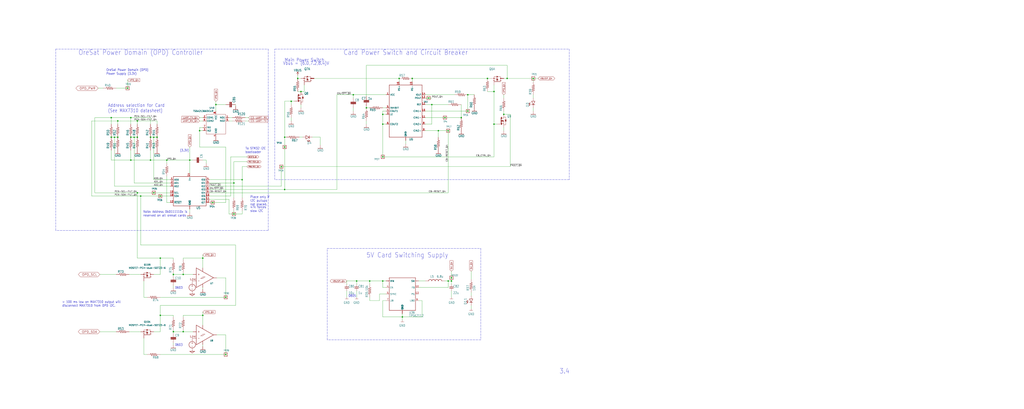
<source format=kicad_sch>
(kicad_sch (version 20211123) (generator eeschema)
  (paper "User" 795.02 318.11)
  (junction (at 134.62 257.81))
  (junction (at 129.54 124.46))
  (junction (at 220.98 114.3))
  (junction (at 363.22 86.36))
  (junction (at 119.38 106.68))
  (junction (at 91.44 106.68))
  (junction (at 347.98 218.44))
  (junction (at 320.04 60.96))
  (junction (at 340.36 101.6))
  (junction (at 181.61 166.37))
  (junction (at 175.26 275.59))
  (junction (at 233.68 71.12))
  (junction (at 154.94 101.6))
  (junction (at 358.14 91.44))
  (junction (at 332.74 76.2))
  (junction (at 363.22 73.66))
  (junction (at 157.48 200.66))
  (junction (at 124.46 245.11))
  (junction (at 383.54 96.52))
  (junction (at 220.98 147.32))
  (junction (at 414.02 60.96))
  (junction (at 101.6 106.68))
  (junction (at 124.46 152.4))
  (junction (at 297.18 96.52))
  (junction (at 393.7 60.96))
  (junction (at 226.06 78.74))
  (junction (at 86.36 106.68))
  (junction (at 106.68 93.98))
  (junction (at 175.26 231.14))
  (junction (at 167.64 81.28))
  (junction (at 142.24 257.81))
  (junction (at 345.44 91.44))
  (junction (at 276.86 218.44))
  (junction (at 297.18 121.92))
  (junction (at 116.84 124.46))
  (junction (at 391.16 88.9))
  (junction (at 165.1 157.48))
  (junction (at 142.24 213.36))
  (junction (at 116.84 106.68))
  (junction (at 101.6 91.44))
  (junction (at 287.02 218.44))
  (junction (at 309.88 60.96))
  (junction (at 86.36 91.44))
  (junction (at 350.52 218.44))
  (junction (at 99.06 68.58))
  (junction (at 147.32 124.46))
  (junction (at 88.9 106.68))
  (junction (at 231.14 60.96))
  (junction (at 335.28 81.28))
  (junction (at 383.54 71.12))
  (junction (at 312.42 246.38))
  (junction (at 220.98 106.68))
  (junction (at 284.48 83.82))
  (junction (at 157.48 245.11))
  (junction (at 347.98 101.6))
  (junction (at 297.18 88.9))
  (junction (at 378.46 60.96))
  (junction (at 121.92 106.68))
  (junction (at 181.61 142.24))
  (junction (at 104.14 106.68))
  (junction (at 106.68 149.86))
  (junction (at 109.22 152.4))
  (junction (at 91.44 93.98))
  (junction (at 350.52 215.9))
  (junction (at 134.62 213.36))
  (junction (at 101.6 124.46))
  (junction (at 119.38 149.86))
  (junction (at 106.68 106.68))
  (junction (at 218.44 129.54))
  (junction (at 124.46 200.66))
  (junction (at 274.32 73.66))
  (junction (at 187.96 139.7))
  (junction (at 297.18 218.44))
  (wire (pts (xy 327.66 246.38) (xy 312.42 246.38)))
  (wire (pts (xy 312.42 246.38) (xy 312.42 243.84)))
  (wire (pts (xy 177.8 154.94) (xy 177.8 166.37)))
  (wire (pts (xy 181.61 142.24) (xy 181.61 153.67)))
  (wire (pts (xy 106.68 200.66) (xy 106.68 149.86)))
  (wire (pts (xy 179.07 152.4) (xy 179.07 121.92)))
  (wire (pts (xy 134.62 214.63) (xy 134.62 213.36)))
  (wire (pts (xy 73.66 149.86) (xy 106.68 149.86)))
  (wire (pts (xy 182.88 81.28) (xy 182.88 82.55)))
  (wire (pts (xy 350.52 215.9) (xy 350.52 218.44)))
  (wire (pts (xy 231.14 58.42) (xy 231.14 60.96)))
  (wire (pts (xy 180.34 93.98) (xy 177.8 93.98)))
  (wire (pts (xy 383.54 71.12) (xy 383.54 96.52)))
  (wire (pts (xy 231.14 71.12) (xy 233.68 71.12)))
  (wire (pts (xy 181.61 163.83) (xy 181.61 166.37)))
  (wire (pts (xy 340.36 106.68) (xy 340.36 101.6)))
  (wire (pts (xy 383.54 71.12) (xy 383.54 66.04)))
  (wire (pts (xy 414.02 73.66) (xy 414.02 76.2)))
  (wire (pts (xy 347.98 218.44) (xy 350.52 218.44)))
  (wire (pts (xy 383.54 96.52) (xy 383.54 121.92)))
  (polyline (pts (xy 213.36 38.1) (xy 441.96 38.1)))
  (wire (pts (xy 378.46 71.12) (xy 383.54 71.12)))
  (wire (pts (xy 347.98 218.44) (xy 345.44 218.44)))
  (wire (pts (xy 325.12 218.44) (xy 330.2 218.44)))
  (wire (pts (xy 157.48 124.46) (xy 160.02 124.46)))
  (wire (pts (xy 157.48 224.79) (xy 157.48 223.52)))
  (wire (pts (xy 106.68 106.68) (xy 104.14 106.68)))
  (wire (pts (xy 129.54 127) (xy 129.54 124.46)))
  (wire (pts (xy 363.22 86.36) (xy 363.22 73.66)))
  (wire (pts (xy 391.16 73.66) (xy 391.16 76.2)))
  (wire (pts (xy 124.46 152.4) (xy 109.22 152.4)))
  (polyline (pts (xy 208.28 179.07) (xy 43.18 179.07)))
  (wire (pts (xy 162.56 149.86) (xy 347.98 149.86)))
  (wire (pts (xy 132.08 152.4) (xy 124.46 152.4)))
  (wire (pts (xy 121.92 93.98) (xy 121.92 96.52)))
  (wire (pts (xy 86.36 91.44) (xy 101.6 91.44)))
  (wire (pts (xy 157.48 208.28) (xy 157.48 200.66)))
  (wire (pts (xy 393.7 60.96) (xy 414.02 60.96)))
  (wire (pts (xy 193.04 93.98) (xy 190.5 93.98)))
  (wire (pts (xy 297.18 86.36) (xy 297.18 88.9)))
  (wire (pts (xy 181.61 166.37) (xy 187.96 166.37)))
  (wire (pts (xy 147.32 124.46) (xy 147.32 114.3)))
  (wire (pts (xy 297.18 246.38) (xy 312.42 246.38)))
  (wire (pts (xy 187.96 153.67) (xy 187.96 139.7)))
  (wire (pts (xy 269.24 226.06) (xy 269.24 231.14)))
  (wire (pts (xy 157.48 200.66) (xy 142.24 200.66)))
  (wire (pts (xy 134.62 246.38) (xy 134.62 245.11)))
  (wire (pts (xy 261.62 73.66) (xy 274.32 73.66)))
  (wire (pts (xy 132.08 157.48) (xy 129.54 157.48)))
  (wire (pts (xy 220.98 114.3) (xy 220.98 147.32)))
  (wire (pts (xy 335.28 96.52) (xy 335.28 81.28)))
  (wire (pts (xy 124.46 237.49) (xy 182.88 237.49)))
  (wire (pts (xy 363.22 73.66) (xy 368.3 73.66)))
  (wire (pts (xy 347.98 149.86) (xy 347.98 101.6)))
  (wire (pts (xy 142.24 213.36) (xy 149.86 213.36)))
  (wire (pts (xy 220.98 106.68) (xy 220.98 114.3)))
  (wire (pts (xy 391.16 60.96) (xy 393.7 60.96)))
  (wire (pts (xy 142.24 246.38) (xy 142.24 245.11)))
  (wire (pts (xy 222.25 106.68) (xy 220.98 106.68)))
  (wire (pts (xy 347.98 223.52) (xy 347.98 218.44)))
  (wire (pts (xy 284.48 83.82) (xy 287.02 83.82)))
  (wire (pts (xy 297.18 121.92) (xy 297.18 96.52)))
  (wire (pts (xy 142.24 212.09) (xy 142.24 213.36)))
  (wire (pts (xy 119.38 106.68) (xy 116.84 106.68)))
  (wire (pts (xy 330.2 86.36) (xy 363.22 86.36)))
  (wire (pts (xy 86.36 124.46) (xy 101.6 124.46)))
  (wire (pts (xy 314.96 111.76) (xy 314.96 109.22)))
  (wire (pts (xy 182.88 190.5) (xy 109.22 190.5)))
  (wire (pts (xy 187.96 139.7) (xy 162.56 139.7)))
  (wire (pts (xy 393.7 50.8) (xy 393.7 60.96)))
  (wire (pts (xy 124.46 200.66) (xy 106.68 200.66)))
  (wire (pts (xy 167.64 81.28) (xy 167.64 86.36)))
  (wire (pts (xy 332.74 76.2) (xy 335.28 76.2)))
  (wire (pts (xy 119.38 149.86) (xy 132.08 149.86)))
  (wire (pts (xy 325.12 223.52) (xy 347.98 223.52)))
  (wire (pts (xy 297.18 218.44) (xy 287.02 218.44)))
  (wire (pts (xy 104.14 142.24) (xy 104.14 106.68)))
  (wire (pts (xy 294.64 228.6) (xy 299.72 228.6)))
  (wire (pts (xy 391.16 88.9) (xy 396.24 88.9)))
  (wire (pts (xy 101.6 91.44) (xy 116.84 91.44)))
  (wire (pts (xy 88.9 106.68) (xy 86.36 106.68)))
  (wire (pts (xy 162.56 152.4) (xy 179.07 152.4)))
  (wire (pts (xy 284.48 82.55) (xy 284.48 83.82)))
  (wire (pts (xy 160.02 124.46) (xy 160.02 127)))
  (polyline (pts (xy 254 264.16) (xy 254 193.04)))
  (wire (pts (xy 309.88 60.96) (xy 309.88 63.5)))
  (wire (pts (xy 165.1 157.48) (xy 162.56 157.48)))
  (wire (pts (xy 345.44 91.44) (xy 358.14 91.44)))
  (wire (pts (xy 132.08 144.78) (xy 88.9 144.78)))
  (wire (pts (xy 80.01 68.58) (xy 76.2 68.58)))
  (wire (pts (xy 109.22 190.5) (xy 109.22 152.4)))
  (wire (pts (xy 124.46 245.11) (xy 124.46 257.81)))
  (wire (pts (xy 91.44 106.68) (xy 88.9 106.68)))
  (wire (pts (xy 147.32 165.1) (xy 147.32 162.56)))
  (wire (pts (xy 365.76 210.82) (xy 365.76 217.17)))
  (wire (pts (xy 73.66 91.44) (xy 86.36 91.44)))
  (wire (pts (xy 325.12 233.68) (xy 327.66 233.68)))
  (wire (pts (xy 116.84 96.52) (xy 116.84 91.44)))
  (wire (pts (xy 162.56 154.94) (xy 177.8 154.94)))
  (wire (pts (xy 330.2 73.66) (xy 353.06 73.66)))
  (wire (pts (xy 383.54 121.92) (xy 297.18 121.92)))
  (wire (pts (xy 175.26 260.35) (xy 175.26 275.59)))
  (wire (pts (xy 365.76 227.33) (xy 365.76 229.87)))
  (polyline (pts (xy 208.28 38.1) (xy 208.28 179.07)))
  (wire (pts (xy 134.62 213.36) (xy 134.62 212.09)))
  (wire (pts (xy 297.18 88.9) (xy 297.18 96.52)))
  (wire (pts (xy 320.04 63.5) (xy 320.04 60.96)))
  (wire (pts (xy 414.02 83.82) (xy 414.02 86.36)))
  (wire (pts (xy 134.62 267.97) (xy 134.62 266.7)))
  (wire (pts (xy 284.48 50.8) (xy 393.7 50.8)))
  (wire (pts (xy 220.98 78.74) (xy 220.98 106.68)))
  (wire (pts (xy 177.8 166.37) (xy 181.61 166.37)))
  (wire (pts (xy 182.88 237.49) (xy 182.88 190.5)))
  (wire (pts (xy 261.62 147.32) (xy 220.98 147.32)))
  (wire (pts (xy 90.17 68.58) (xy 99.06 68.58)))
  (wire (pts (xy 91.44 96.52) (xy 91.44 93.98)))
  (wire (pts (xy 157.48 252.73) (xy 157.48 245.11)))
  (wire (pts (xy 297.18 88.9) (xy 299.72 88.9)))
  (wire (pts (xy 134.62 257.81) (xy 134.62 259.08)))
  (wire (pts (xy 226.06 78.74) (xy 220.98 78.74)))
  (wire (pts (xy 350.52 226.06) (xy 350.52 231.14)))
  (wire (pts (xy 386.08 96.52) (xy 383.54 96.52)))
  (wire (pts (xy 236.22 71.12) (xy 236.22 66.04)))
  (polyline (pts (xy 373.38 193.04) (xy 373.38 264.16)))
  (wire (pts (xy 86.36 124.46) (xy 86.36 116.84)))
  (wire (pts (xy 276.86 220.98) (xy 276.86 218.44)))
  (wire (pts (xy 187.96 129.54) (xy 191.77 129.54)))
  (wire (pts (xy 162.56 142.24) (xy 181.61 142.24)))
  (polyline (pts (xy 441.96 38.1) (xy 441.96 139.7)))
  (wire (pts (xy 157.48 200.66) (xy 157.48 198.12)))
  (wire (pts (xy 71.12 93.98) (xy 91.44 93.98)))
  (wire (pts (xy 226.06 78.74) (xy 228.6 78.74)))
  (wire (pts (xy 231.14 60.96) (xy 233.68 60.96)))
  (wire (pts (xy 111.76 275.59) (xy 111.76 262.89)))
  (wire (pts (xy 134.62 245.11) (xy 124.46 245.11)))
  (polyline (pts (xy 441.96 139.7) (xy 213.36 139.7)))
  (wire (pts (xy 193.04 91.44) (xy 190.5 91.44)))
  (wire (pts (xy 312.42 248.92) (xy 312.42 246.38)))
  (wire (pts (xy 175.26 114.3) (xy 154.94 114.3)))
  (wire (pts (xy 181.61 125.73) (xy 191.77 125.73)))
  (wire (pts (xy 297.18 233.68) (xy 297.18 246.38)))
  (wire (pts (xy 417.83 60.96) (xy 414.02 60.96)))
  (wire (pts (xy 261.62 147.32) (xy 261.62 73.66)))
  (wire (pts (xy 134.62 257.81) (xy 134.62 256.54)))
  (wire (pts (xy 114.3 231.14) (xy 111.76 231.14)))
  (wire (pts (xy 187.96 166.37) (xy 187.96 163.83)))
  (wire (pts (xy 157.48 99.06) (xy 154.94 99.06)))
  (wire (pts (xy 86.36 96.52) (xy 86.36 91.44)))
  (wire (pts (xy 132.08 139.7) (xy 119.38 139.7)))
  (wire (pts (xy 350.52 220.98) (xy 350.52 218.44)))
  (wire (pts (xy 378.46 60.96) (xy 381 60.96)))
  (wire (pts (xy 154.94 101.6) (xy 157.48 101.6)))
  (wire (pts (xy 168.275 260.35) (xy 175.26 260.35)))
  (wire (pts (xy 157.48 245.11) (xy 157.48 242.57)))
  (wire (pts (xy 274.32 76.2) (xy 274.32 73.66)))
  (wire (pts (xy 142.24 256.54) (xy 142.24 257.81)))
  (wire (pts (xy 297.18 96.52) (xy 299.72 96.52)))
  (wire (pts (xy 232.41 106.68) (xy 234.95 106.68)))
  (wire (pts (xy 124.46 275.59) (xy 175.26 275.59)))
  (wire (pts (xy 350.52 210.82) (xy 350.52 215.9)))
  (wire (pts (xy 132.08 142.24) (xy 104.14 142.24)))
  (wire (pts (xy 242.57 106.68) (xy 248.666 106.68)))
  (wire (pts (xy 330.2 81.28) (xy 335.28 81.28)))
  (wire (pts (xy 101.6 124.46) (xy 116.84 124.46)))
  (polyline (pts (xy 254 193.04) (xy 373.38 193.04)))
  (polyline (pts (xy 213.36 139.7) (xy 213.36 38.1)))
  (wire (pts (xy 243.84 60.96) (xy 309.88 60.96)))
  (wire (pts (xy 340.36 101.6) (xy 330.2 101.6)))
  (wire (pts (xy 154.94 93.98) (xy 157.48 93.98)))
  (wire (pts (xy 391.16 99.06) (xy 391.16 101.6)))
  (wire (pts (xy 71.12 152.4) (xy 71.12 93.98)))
  (wire (pts (xy 233.68 71.12) (xy 236.22 71.12)))
  (wire (pts (xy 294.64 228.6) (xy 294.64 233.68)))
  (wire (pts (xy 358.14 91.44) (xy 358.14 81.28)))
  (wire (pts (xy 168.275 215.9) (xy 175.26 215.9)))
  (wire (pts (xy 106.68 96.52) (xy 106.68 93.98)))
  (wire (pts (xy 104.14 106.68) (xy 101.6 106.68)))
  (wire (pts (xy 284.48 96.52) (xy 284.48 93.98)))
  (wire (pts (xy 299.72 218.44) (xy 297.18 218.44)))
  (wire (pts (xy 391.16 86.36) (xy 391.16 88.9)))
  (wire (pts (xy 154.94 91.44) (xy 157.48 91.44)))
  (wire (pts (xy 90.17 257.81) (xy 77.47 257.81)))
  (wire (pts (xy 284.48 74.93) (xy 284.48 50.8)))
  (wire (pts (xy 134.62 201.93) (xy 134.62 200.66)))
  (wire (pts (xy 187.96 129.54) (xy 187.96 139.7)))
  (wire (pts (xy 276.86 226.06) (xy 276.86 231.14)))
  (wire (pts (xy 88.9 144.78) (xy 88.9 106.68)))
  (wire (pts (xy 299.72 86.36) (xy 297.18 86.36)))
  (wire (pts (xy 294.64 233.68) (xy 287.02 233.68)))
  (wire (pts (xy 124.46 245.11) (xy 124.46 237.49)))
  (wire (pts (xy 347.98 101.6) (xy 340.36 101.6)))
  (wire (pts (xy 121.92 106.68) (xy 119.38 106.68)))
  (wire (pts (xy 287.02 233.68) (xy 287.02 231.14)))
  (wire (pts (xy 181.61 142.24) (xy 181.61 125.73)))
  (wire (pts (xy 116.84 124.46) (xy 116.84 116.84)))
  (wire (pts (xy 330.2 76.2) (xy 332.74 76.2)))
  (wire (pts (xy 274.32 86.36) (xy 274.32 83.82)))
  (wire (pts (xy 134.62 223.52) (xy 134.62 222.25)))
  (wire (pts (xy 320.04 60.96) (xy 378.46 60.96)))
  (wire (pts (xy 414.02 60.96) (xy 414.02 63.5)))
  (wire (pts (xy 299.72 83.82) (xy 297.18 83.82)))
  (wire (pts (xy 330.2 96.52) (xy 335.28 96.52)))
  (wire (pts (xy 226.06 81.28) (xy 226.06 78.74)))
  (wire (pts (xy 233.68 81.28) (xy 233.68 83.82)))
  (wire (pts (xy 162.56 147.32) (xy 220.98 147.32)))
  (wire (pts (xy 147.32 124.46) (xy 149.86 124.46)))
  (wire (pts (xy 142.24 257.81) (xy 149.86 257.81)))
  (polyline (pts (xy 373.38 264.16) (xy 254 264.16)))
  (wire (pts (xy 179.07 121.92) (xy 191.77 121.92)))
  (wire (pts (xy 142.24 201.93) (xy 142.24 200.66)))
  (wire (pts (xy 165.1 157.48) (xy 175.26 157.48)))
  (wire (pts (xy 287.02 220.98) (xy 287.02 218.44)))
  (wire (pts (xy 218.44 144.78) (xy 162.56 144.78)))
  (wire (pts (xy 154.94 101.6) (xy 154.94 114.3)))
  (wire (pts (xy 109.22 213.36) (xy 100.33 213.36)))
  (wire (pts (xy 157.48 245.11) (xy 142.24 245.11)))
  (wire (pts (xy 345.44 91.44) (xy 330.2 91.44)))
  (wire (pts (xy 287.02 218.44) (xy 276.86 218.44)))
  (wire (pts (xy 180.34 91.44) (xy 177.8 91.44)))
  (wire (pts (xy 101.6 124.46) (xy 101.6 116.84)))
  (wire (pts (xy 167.64 81.28) (xy 175.26 81.28)))
  (wire (pts (xy 119.38 139.7) (xy 119.38 106.68)))
  (wire (pts (xy 269.24 220.98) (xy 269.24 218.44)))
  (wire (pts (xy 218.44 129.54) (xy 218.44 144.78)))
  (wire (pts (xy 129.54 137.16) (xy 129.54 157.48)))
  (wire (pts (xy 91.44 93.98) (xy 106.68 93.98)))
  (wire (pts (xy 157.48 269.24) (xy 157.48 267.97)))
  (wire (pts (xy 134.62 200.66) (xy 124.46 200.66)))
  (wire (pts (xy 73.66 149.86) (xy 73.66 91.44)))
  (wire (pts (xy 124.46 200.66) (xy 124.46 213.36)))
  (polyline (pts (xy 43.18 179.07) (xy 43.18 38.1)))
  (wire (pts (xy 99.06 68.58) (xy 99.06 62.23)))
  (wire (pts (xy 106.68 149.86) (xy 119.38 149.86)))
  (wire (pts (xy 226.06 91.44) (xy 226.06 93.98)))
  (wire (pts (xy 101.6 96.52) (xy 101.6 91.44)))
  (wire (pts (xy 167.64 78.74) (xy 167.64 81.28)))
  (wire (pts (xy 129.54 124.46) (xy 147.32 124.46)))
  (wire (pts (xy 124.46 231.14) (xy 175.26 231.14)))
  (wire (pts (xy 124.46 257.81) (xy 119.38 257.81)))
  (wire (pts (xy 147.32 134.62) (xy 147.32 124.46)))
  (wire (pts (xy 365.76 237.49) (xy 365.76 240.03)))
  (wire (pts (xy 124.46 213.36) (xy 119.38 213.36)))
  (wire (pts (xy 111.76 218.44) (xy 111.76 231.14)))
  (wire (pts (xy 396.24 129.54) (xy 218.44 129.54)))
  (wire (pts (xy 297.18 223.52) (xy 297.18 218.44)))
  (wire (pts (xy 297.18 233.68) (xy 299.72 233.68)))
  (polyline (pts (xy 43.18 38.1) (xy 208.28 38.1)))
  (wire (pts (xy 335.28 81.28) (xy 347.98 81.28)))
  (wire (pts (xy 154.94 99.06) (xy 154.94 101.6)))
  (wire (pts (xy 90.17 213.36) (xy 77.47 213.36)))
  (wire (pts (xy 114.3 275.59) (xy 111.76 275.59)))
  (wire (pts (xy 109.22 257.81) (xy 100.33 257.81)))
  (wire (pts (xy 327.66 233.68) (xy 327.66 246.38)))
  (wire (pts (xy 175.26 157.48) (xy 175.26 114.3)))
  (wire (pts (xy 175.26 215.9) (xy 175.26 231.14)))
  (wire (pts (xy 396.24 88.9) (xy 396.24 129.54)))
  (wire (pts (xy 297.18 223.52) (xy 299.72 223.52)))
  (wire (pts (xy 248.666 106.68) (xy 248.666 112.776)))
  (wire (pts (xy 134.62 213.36) (xy 142.24 213.36)))
  (wire (pts (xy 274.32 73.66) (xy 299.72 73.66)))
  (wire (pts (xy 106.68 93.98) (xy 121.92 93.98)))
  (wire (pts (xy 109.22 152.4) (xy 71.12 152.4)))
  (wire (pts (xy 134.62 257.81) (xy 142.24 257.81)))
  (wire (pts (xy 116.84 124.46) (xy 129.54 124.46)))
  (wire (pts (xy 269.24 218.44) (xy 276.86 218.44)))
  (text "> 100 ms low on MAX7310 output will\ndisconnect MAX7310 from OPD I2C." (at 48.26 238.76 0) (effects (font (size 1.778 1.5113)) (justify left bottom)))
  (text "0805" (at 270.51 231.14 180) (effects (font (size 1.778 1.5113)) (justify left bottom)))
  (text "5V Card Switching Supply" (at 284.48 200.66 180) (effects (font (size 3.81 3.2385)) (justify left bottom)))
  (text "Place only if\nI2C pullups\nnot placed." (at 194.31 160.02 180) (effects (font (size 1.778 1.5113)) (justify left bottom)))
  (text "47k forces\nslow I2C" (at 194.31 165.1 180) (effects (font (size 1.778 1.5113)) (justify left bottom)))
  (text "Main Power Switch" (at 220.98 48.26 180) (effects (font (size 2.54 2.159)) (justify left bottom)))
  (text "Note: Address 0b0111110x is\nreserved on all oresat cards" (at 111.252 168.656 0) (effects (font (size 1.778 1.5113)) (justify left bottom)))
  (text "Vbus = (6.0,7.2,8.4)V" (at 219.71 50.8 180) (effects (font (size 2.54 2.159)) (justify left bottom)))
  (text "0603" (at 135.89 224.79 180) (effects (font (size 1.778 1.5113)) (justify left bottom)))
  (text "(3.3V)" (at 139.7 118.11 180) (effects (font (size 1.778 1.5113)) (justify left bottom)))
  (text "OreSat Power Domain (OPD) Controller" (at 60.96 43.18 180) (effects (font (size 3.81 3.2385)) (justify left bottom)))
  (text "OreSat Power Domain (OPD)\nPower Supply (3.3V)" (at 82.55 58.42 180) (effects (font (size 1.778 1.5113)) (justify left bottom)))
  (text "3.4" (at 434.34 290.83 180) (effects (font (size 3.81 3.2385)) (justify left bottom)))
  (text "To STM32 I2C\nbootloader" (at 190.5 119.38 180) (effects (font (size 1.778 1.5113)) (justify left bottom)))
  (text "0603" (at 135.89 269.24 180) (effects (font (size 1.778 1.5113)) (justify left bottom)))
  (text "Address selection for Card\n(See MAX7310 datasheet)" (at 83.82 87.63 0) (effects (font (size 2.54 2.159)) (justify left bottom)))
  (text "Card Power Switch and Circuit Breaker" (at 266.7 43.18 180) (effects (font (size 3.81 3.2385)) (justify left bottom)))
  (label "PEN-SCL-FILT_Q4" (at 88.9 149.86 0) (effects (font (size 1.2446 1.2446))))
  (label "PEN-SDA-FILT_Q4" (at 104.14 93.98 0) (effects (font (size 1.2446 1.2446))))
  (label "VPD_Q4" (at 129.54 124.46 0) (effects (font (size 1.2446 1.2446))))
  (label "CB_CTRL_Q4" (at 369.57 121.92 0) (effects (font (size 1.2446 1.2446))))
  (label "AD1_Q4" (at 119.38 142.24 0) (effects (font (size 1.2446 1.2446))))
  (label "CB-RESET_Q4" (at 332.74 149.86 0) (effects (font (size 1.2446 1.2446))))
  (label "POUT_Q4" (at 335.28 76.2 0) (effects (font (size 1.2446 1.2446))))
  (label "AD0_Q4" (at 119.38 139.7 0) (effects (font (size 1.2446 1.2446))))
  (label "AD2_Q4" (at 119.38 144.78 0) (effects (font (size 1.2446 1.2446))))
  (label "ON/~{OFF_Q4}" (at 162.56 147.32 0) (effects (font (size 1.2446 1.2446))))
  (label "~{FAULT_Q4}" (at 162.56 144.78 0) (effects (font (size 1.2446 1.2446))))
  (label "ON/~{OFF_Q4}" (at 261.62 73.66 0) (effects (font (size 1.2446 1.2446))))
  (label "CB-RESET_Q4" (at 347.98 125.73 90) (effects (font (size 1.2446 1.2446))))
  (label "~{FAULT_Q4}" (at 396.24 129.54 0) (effects (font (size 1.2446 1.2446))))
  (label "PEN-SDA-FILT_Q4" (at 88.9 152.4 0) (effects (font (size 1.2446 1.2446))))
  (label "PEN-SCL-FILT_Q4" (at 104.14 91.44 0) (effects (font (size 1.2446 1.2446))))
  (label "CB-RESET_Q4" (at 162.56 149.86 0) (effects (font (size 1.2446 1.2446))))
  (global_label "5V_Q4" (shape input) (at 350.52 210.82 90) (property "Intersheet References" "${INTERSHEET_REFS}" (effects hide)))
  (global_label "BOOT0_Q4" (shape bidirectional) (at 191.77 121.92 0) (effects (font (size 0.889 0.889))) (property "Intersheet References" "${INTERSHEET_REFS}" (effects hide)))
  (global_label "VBUSP_Q4" (shape bidirectional) (at 269.24 218.44 180) (effects (font (size 1.2446 1.2446))) (property "Intersheet References" "${INTERSHEET_REFS}" (effects hide)))
  (global_label "UART_TX_Q4" (shape input) (at 154.94 91.44 180) (property "Intersheet References" "${INTERSHEET_REFS}" (effects hide)))
  (global_label "OPD_SCL" (shape bidirectional) (at 77.47 213.36 180) (effects (font (size 1.778 1.778))) (property "Intersheet References" "${INTERSHEET_REFS}" (effects hide)))
  (global_label "VPD_Q4" (shape input) (at 157.48 198.12 0) (property "Intersheet References" "${INTERSHEET_REFS}" (effects hide)))
  (global_label "PB6/SCL_Q4" (shape bidirectional) (at 191.77 129.54 0) (effects (font (size 0.889 0.889))) (property "Intersheet References" "${INTERSHEET_REFS}" (effects hide)))
  (global_label "VPD_Q4" (shape input) (at 157.48 242.57 0) (property "Intersheet References" "${INTERSHEET_REFS}" (effects hide)))
  (global_label "OPD_PWR" (shape bidirectional) (at 76.2 68.58 180) (effects (font (size 1.778 1.778))) (property "Intersheet References" "${INTERSHEET_REFS}" (effects hide)))
  (global_label "VBUSP_Q4" (shape bidirectional) (at 417.83 60.96 0) (effects (font (size 1.2446 1.2446))) (property "Intersheet References" "${INTERSHEET_REFS}" (effects hide)))
  (global_label "C3-UART-RX" (shape input) (at 193.04 91.44 0) (property "Intersheet References" "${INTERSHEET_REFS}" (effects hide)))
  (global_label "VPD_Q4" (shape input) (at 391.16 73.66 90) (property "Intersheet References" "${INTERSHEET_REFS}" (effects hide)))
  (global_label "OPD_SDA" (shape bidirectional) (at 77.47 257.81 180) (effects (font (size 1.778 1.778))) (property "Intersheet References" "${INTERSHEET_REFS}" (effects hide)))
  (global_label "PB7/SDA_Q4" (shape bidirectional) (at 191.77 125.73 0) (effects (font (size 0.889 0.889))) (property "Intersheet References" "${INTERSHEET_REFS}" (effects hide)))
  (global_label "VPD_Q4" (shape input) (at 147.32 114.3 90) (property "Intersheet References" "${INTERSHEET_REFS}" (effects hide)))
  (global_label "VPD_Q4" (shape input) (at 99.06 62.23 0) (property "Intersheet References" "${INTERSHEET_REFS}" (effects hide)))
  (global_label "5V_Q4" (shape input) (at 365.76 210.82 90) (property "Intersheet References" "${INTERSHEET_REFS}" (effects hide)))
  (global_label "VPD_Q4" (shape input) (at 167.64 78.74 90) (property "Intersheet References" "${INTERSHEET_REFS}" (effects hide)))
  (global_label "C3-UART-TX" (shape input) (at 193.04 93.98 0) (property "Intersheet References" "${INTERSHEET_REFS}" (effects hide)))
  (global_label "UART_RX_Q4" (shape input) (at 154.94 93.98 180) (property "Intersheet References" "${INTERSHEET_REFS}" (effects hide)))
  (symbol (lib_id "oresat-acs-card-eagle-import:GND") (at 134.62 226.06 0) (unit 1)
    (property "Reference" "#GND049" (effects hide))
    (property "Value" "GND" (at 132.08 228.6 0) (effects (font (size 1.778 1.5113)) (justify left bottom)))
  )
  (symbol (lib_id "oresat-acs-card-eagle-import:GND") (at 147.32 167.64 0) (mirror y) (unit 1)
    (property "Reference" "#GND029" (effects hide))
    (property "Value" "GND" (at 149.86 170.18 0) (effects (font (size 1.778 1.5113)) (justify left bottom)))
  )
  (symbol (lib_id "oresat-acs-card-eagle-import:TEST-POINT-LARGE-SQUARE") (at 414.02 60.96 0) (unit 1)
    (property "Reference" "TP21" (at 412.75 58.42 0) (effects (font (size 1.27 1.0795)) (justify left bottom)))
    (property "Value" "TEST-POINT-LARGE-SQUARE" (effects hide))
    (property "Footprint" "oresat-acs-card:1X01" (effects hide))
  )
  (symbol (lib_id "oresat-acs-card-eagle-import:TEST-POINT-LARGE-SQUARE") (at 332.74 76.2 0) (unit 1)
    (property "Reference" "TP2" (at 328.93 80.01 0) (effects (font (size 1.27 1.0795)) (justify left bottom)))
    (property "Value" "TEST-POINT-LARGE-SQUARE" (effects hide))
    (property "Footprint" "oresat-acs-card:1X01" (effects hide))
  )
  (symbol (lib_id "oresat-acs-card-eagle-import:R-US_0603-C-NOSILK") (at 292.1 83.82 180) (unit 1)
    (property "Reference" "R65" (at 287.02 86.36 0) (effects (font (size 1.778 1.5113)) (justify right top)))
    (property "Value" "10k" (at 292.1 86.36 0) (effects (font (size 1.778 1.5113)) (justify right top)))
    (property "Footprint" "oresat-acs-card:.0603-C-NOSILK" (effects hide))
    (property "Value" "RC1005F6653CS" (effects hide))
  )
  (symbol (lib_id "oresat-acs-card-eagle-import:C-EU0603-C-NOSILK") (at 154.94 124.46 270) (mirror x) (unit 1)
    (property "Reference" "C6" (at 155.321 122.936 0) (effects (font (size 1.778 1.5113)) (justify left bottom)))
    (property "Value" "100n" (at 150.241 122.936 0) (effects (font (size 1.778 1.5113)) (justify left bottom)))
    (property "Footprint" "oresat-acs-card:.0603-C-NOSILK" (effects hide))
    (property "Value" "CL10B104KB8NNNL" (effects hide))
  )
  (symbol (lib_id "oresat-acs-card-eagle-import:R-US_0603-C-NOSILK") (at 121.92 111.76 90) (unit 1)
    (property "Reference" "R43" (at 120.4214 115.57 0) (effects (font (size 1.778 1.5113)) (justify left bottom)))
    (property "Value" "NP" (at 120.142 110.49 0) (effects (font (size 1.778 1.5113)) (justify left bottom)))
    (property "Footprint" "oresat-acs-card:.0603-C-NOSILK" (effects hide))
    (property "Value" "RC1005F6653CS" (effects hide))
  )
  (symbol (lib_id "oresat-acs-card-eagle-import:TEST-POINT-LARGE-SQUARE") (at 220.98 114.3 0) (unit 1)
    (property "Reference" "TP16" (at 214.63 111.76 0) (effects (font (size 1.27 1.0795)) (justify left bottom)))
    (property "Value" "TEST-POINT-LARGE-SQUARE" (effects hide))
    (property "Footprint" "oresat-acs-card:1X01" (effects hide))
  )
  (symbol (lib_id "oresat-acs-card-eagle-import:TEST-POINT-LARGE-SQUARE") (at 181.61 166.37 90) (unit 1)
    (property "Reference" "TP28" (at 179.07 170.18 90) (effects (font (size 1.27 1.0795)) (justify right top)))
    (property "Value" "TEST-POINT-LARGE-SQUARE" (effects hide))
    (property "Footprint" "oresat-acs-card:1X01" (effects hide))
  )
  (symbol (lib_id "oresat-acs-card-eagle-import:R-US_0603-C-NOSILK") (at 187.96 158.75 90) (unit 1)
    (property "Reference" "R70" (at 191.77 163.83 0) (effects (font (size 1.778 1.5113)) (justify left bottom)))
    (property "Value" "47k" (at 191.77 157.48 0) (effects (font (size 1.778 1.5113)) (justify left bottom)))
    (property "Footprint" "oresat-acs-card:.0603-C-NOSILK" (effects hide))
    (property "Value" "RC0603FR-0747KL" (effects hide))
  )
  (symbol (lib_id "oresat-acs-card-eagle-import:GND") (at 414.02 88.9 0) (mirror y) (unit 1)
    (property "Reference" "#GND028" (effects hide))
    (property "Value" "GND" (at 416.56 91.44 0) (effects (font (size 1.778 1.5113)) (justify left bottom)))
  )
  (symbol (lib_id "oresat-acs-card-eagle-import:GND") (at 233.68 86.36 0) (mirror y) (unit 1)
    (property "Reference" "#GND035" (effects hide))
    (property "Value" "GND" (at 236.22 88.9 0) (effects (font (size 1.778 1.5113)) (justify left bottom)))
  )
  (symbol (lib_id "oresat-acs-card-eagle-import:GND") (at 391.16 104.14 0) (mirror y) (unit 1)
    (property "Reference" "#GND041" (effects hide))
    (property "Value" "GND" (at 393.7 106.68 0) (effects (font (size 1.778 1.5113)) (justify left bottom)))
  )
  (symbol (lib_id "oresat-acs-card-eagle-import:R-US_R1206") (at 314.96 60.96 0) (unit 1)
    (property "Reference" "R57" (at 309.88 59.69 0) (effects (font (size 1.778 1.5113)) (justify left bottom)))
    (property "Value" "100m" (at 316.23 59.69 0) (effects (font (size 1.778 1.5113)) (justify left bottom)))
    (property "Footprint" "oresat-acs-card:R1206" (effects hide))
    (property "Value" "CSR1206FTR100" (effects hide))
  )
  (symbol (lib_id "oresat-acs-card-eagle-import:GND") (at 274.32 88.9 0) (mirror y) (unit 1)
    (property "Reference" "#GND042" (effects hide))
    (property "Value" "GND" (at 276.86 91.44 0) (effects (font (size 1.778 1.5113)) (justify left bottom)))
  )
  (symbol (lib_id "oresat-acs-card-eagle-import:R-US_0603-C-NOSILK") (at 414.02 68.58 90) (unit 1)
    (property "Reference" "R39" (at 412.75 73.66 0) (effects (font (size 1.778 1.5113)) (justify left bottom)))
    (property "Value" "2.7k" (at 412.75 68.58 0) (effects (font (size 1.778 1.5113)) (justify left bottom)))
    (property "Footprint" "oresat-acs-card:.0603-C-NOSILK" (effects hide))
    (property "Value" "CRGCQ0603F2K7" (effects hide))
  )
  (symbol (lib_id "oresat-acs-card-eagle-import:VBUS") (at 231.14 55.88 0) (unit 1)
    (property "Reference" "#VBUS02" (effects hide))
    (property "Value" "VBUS" (at 231.14 55.626 0) (effects (font (size 1.778 1.5113)) (justify bottom)))
  )
  (symbol (lib_id "oresat-acs-card-eagle-import:C-EU0603-C-NOSILK") (at 134.62 261.62 0) (unit 1)
    (property "Reference" "C9" (at 135.89 261.62 0) (effects (font (size 1.778 1.5113)) (justify left bottom)))
    (property "Value" "1u" (at 135.89 266.7 0) (effects (font (size 1.778 1.5113)) (justify left bottom)))
    (property "Footprint" "oresat-acs-card:.0603-C-NOSILK" (effects hide))
    (property "Value" "CC0603KRX7R7BB105" (effects hide))
  )
  (symbol (lib_id "oresat-acs-card-eagle-import:R-US_0603-C-NOSILK") (at 91.44 101.6 90) (unit 1)
    (property "Reference" "R52" (at 89.9414 105.41 0) (effects (font (size 1.778 1.5113)) (justify left bottom)))
    (property "Value" "NP" (at 89.662 100.33 0) (effects (font (size 1.778 1.5113)) (justify left bottom)))
    (property "Footprint" "oresat-acs-card:.0603-C-NOSILK" (effects hide))
    (property "Value" "RC1005F6653CS" (effects hide))
  )
  (symbol (lib_id "oresat-acs-card-eagle-import:TEST-POINT-LARGE-SQUARE") (at 175.26 275.59 180) (unit 1)
    (property "Reference" "TP29" (at 177.8 271.78 0) (effects (font (size 1.27 1.0795)) (justify left bottom)))
    (property "Value" "TEST-POINT-LARGE-SQUARE" (effects hide))
    (property "Footprint" "oresat-acs-card:1X01" (effects hide))
  )
  (symbol (lib_id "oresat-acs-card-eagle-import:TS5A21366DCUR") (at 167.64 96.52 0) (unit 1)
    (property "Reference" "U40" (at 162.56 83.82 0) (effects (justify left)))
    (property "Value" "TS5A21366DCUR" (at 149.86 86.36 0) (effects (justify left)))
    (property "Footprint" "oresat-acs-card:DCU-R-PDSO-G8" (effects hide))
  )
  (symbol (lib_id "OreSat-Power:GND") (at 276.86 231.14 0) (unit 1)
    (property "Reference" "#GND088" (effects hide))
    (property "Value" "GND" (at 274.32 236.22 0) (effects (font (size 1.778 1.5113)) (justify left bottom)))
    (property "Footprint" "oresat-live-card:" (effects hide))
  )
  (symbol (lib_id "oresat-acs-card-eagle-import:GND") (at 157.48 227.33 0) (mirror y) (unit 1)
    (property "Reference" "#GND047" (effects hide))
    (property "Value" "GND" (at 160.02 229.87 0) (effects (font (size 1.778 1.5113)) (justify left bottom)))
  )
  (symbol (lib_id "oresat-live-card-eagle-import:TPS6211X") (at 312.42 226.06 0) (unit 1)
    (property "Reference" "U36" (at 317.5 243.84 0) (effects (font (size 1.778 1.5113)) (justify left bottom)))
    (property "Value" "TPS62112" (at 317.5 246.38 0) (effects (font (size 1.778 1.5113)) (justify left bottom)))
    (property "Footprint" "oresat-acs-card:S-PVQFN-16" (effects hide))
    (property "Description" "IC REG BUCK 5V 1.5A 16QFN" (effects hide))
    (property "Distributor" "DigiKey" (effects hide))
    (property "MPN" "TPS62112RSAR" (effects hide))
  )
  (symbol (lib_id "oresat-acs-card-eagle-import:TEST-POINT-LARGE-SQUARE") (at 218.44 129.54 0) (unit 1)
    (property "Reference" "TP19" (at 215.9 133.35 0) (effects (font (size 1.27 1.0795)) (justify left bottom)))
    (property "Value" "TEST-POINT-LARGE-SQUARE" (effects hide))
    (property "Footprint" "oresat-acs-card:1X01" (effects hide))
  )
  (symbol (lib_id "oresat-acs-card-eagle-import:R-US_0603-C-NOSILK") (at 129.54 132.08 90) (unit 1)
    (property "Reference" "R54" (at 128.0414 135.89 0) (effects (font (size 1.778 1.5113)) (justify left bottom)))
    (property "Value" "10k" (at 127.762 129.54 0) (effects (font (size 1.778 1.5113)) (justify left bottom)))
    (property "Footprint" "oresat-acs-card:.0603-C-NOSILK" (effects hide))
    (property "Value" "RC0603FR-0710KL" (effects hide))
  )
  (symbol (lib_id "oresat-acs-card-eagle-import:R-US_0603-C-NOSILK") (at 106.68 101.6 90) (unit 1)
    (property "Reference" "R48" (at 105.1814 105.41 0) (effects (font (size 1.778 1.5113)) (justify left bottom)))
    (property "Value" "NP" (at 104.902 100.33 0) (effects (font (size 1.778 1.5113)) (justify left bottom)))
    (property "Footprint" "oresat-acs-card:.0603-C-NOSILK" (effects hide))
    (property "Value" "RC1005F6653CS" (effects hide))
  )
  (symbol (lib_id "oresat-acs-card-eagle-import:GND") (at 160.02 129.54 0) (mirror y) (unit 1)
    (property "Reference" "#GND030" (effects hide))
    (property "Value" "GND" (at 162.56 132.08 0) (effects (font (size 1.778 1.5113)) (justify left bottom)))
  )
  (symbol (lib_id "oresat-acs-card-eagle-import:TEST-POINT-LARGE-SQUARE") (at 99.06 68.58 180) (unit 1)
    (property "Reference" "TP23" (at 101.6 64.77 0) (effects (font (size 1.27 1.0795)) (justify left bottom)))
    (property "Value" "TEST-POINT-LARGE-SQUARE" (effects hide))
    (property "Footprint" "oresat-acs-card:1X01" (effects hide))
  )
  (symbol (lib_id "oresat-acs-card-eagle-import:R-US_0603-C-NOSILK") (at 134.62 207.01 90) (unit 1)
    (property "Reference" "R75" (at 133.35 212.09 0) (effects (font (size 1.778 1.5113)) (justify left bottom)))
    (property "Value" "330k" (at 133.35 205.74 0) (effects (font (size 1.778 1.5113)) (justify left bottom)))
    (property "Footprint" "oresat-acs-card:.0603-C-NOSILK" (effects hide))
    (property "Value" "MCT06030C3303FP000" (effects hide))
  )
  (symbol (lib_id "oresat-acs-card-eagle-import:MAX7310") (at 147.32 147.32 0) (unit 1)
    (property "Reference" "U5" (at 152.4 162.56 0) (effects (font (size 1.778 1.5113)) (justify left bottom)))
    (property "Value" "MAX7310ATE" (at 152.4 165.1 0) (effects (font (size 1.778 1.5113)) (justify left bottom)))
    (property "Footprint" "oresat-acs-card:QFN65P400X400X80-17T210" (effects hide))
    (property "Value" "MAX7310ATE" (effects hide))
  )
  (symbol (lib_id "oresat-acs-card-eagle-import:R-US_0603-C-NOSILK") (at 185.42 91.44 180) (unit 1)
    (property "Reference" "R120" (at 190.5 87.63 0) (effects (font (size 1.778 1.5113)) (justify left bottom)))
    (property "Value" "10k" (at 184.15 87.63 0) (effects (font (size 1.778 1.5113)) (justify left bottom)))
    (property "Footprint" "oresat-acs-card:.0603-C-NOSILK" (effects hide))
    (property "Value" "RC0603FR-0710KL" (effects hide))
  )
  (symbol (lib_id "oresat-acs-card-eagle-import:TEST-POINT-LARGE-SQUARE") (at 165.1 157.48 0) (unit 1)
    (property "Reference" "TP24" (at 162.56 161.29 0) (effects (font (size 1.27 1.0795)) (justify left bottom)))
    (property "Value" "TEST-POINT-LARGE-SQUARE" (effects hide))
    (property "Footprint" "oresat-acs-card:1X01" (effects hide))
  )
  (symbol (lib_id "OreSat-Power:GND") (at 312.42 248.92 0) (unit 1)
    (property "Reference" "#GND090" (effects hide))
    (property "Value" "GND" (at 309.88 254 0) (effects (font (size 1.778 1.5113)) (justify left bottom)))
    (property "Footprint" "oresat-live-card:" (effects hide))
  )
  (symbol (lib_id "oresat-acs-card-eagle-import:R-US_0603-C-NOSILK") (at 119.38 231.14 180) (unit 1)
    (property "Reference" "R74" (at 123.19 232.41 0) (effects (font (size 1.778 1.5113)) (justify left bottom)))
    (property "Value" "665k" (at 116.84 232.41 0) (effects (font (size 1.778 1.5113)) (justify left bottom)))
    (property "Footprint" "oresat-acs-card:.0603-C-NOSILK" (effects hide))
    (property "Value" "RC0603FR-07665KL" (effects hide))
  )
  (symbol (lib_id "oresat-acs-card-eagle-import:C-EU0603-C-NOSILK") (at 180.34 81.28 270) (mirror x) (unit 1)
    (property "Reference" "C86" (at 180.721 79.756 0) (effects (font (size 1.778 1.5113)) (justify left bottom)))
    (property "Value" "100n" (at 175.641 79.756 0) (effects (font (size 1.778 1.5113)) (justify left bottom)))
    (property "Footprint" "oresat-acs-card:.0603-C-NOSILK" (effects hide))
    (property "Value" "CL10B104KB8NNNL" (effects hide))
  )
  (symbol (lib_id "oresat-acs-card-eagle-import:R-US_0603-C-NOSILK") (at 368.3 78.74 90) (unit 1)
    (property "Reference" "R60" (at 366.8014 83.82 0) (effects (font (size 1.778 1.5113)) (justify left bottom)))
    (property "Value" "NP" (at 367.03 77.47 0) (effects (font (size 1.778 1.5113)) (justify left bottom)))
    (property "Footprint" "oresat-acs-card:.0603-C-NOSILK" (effects hide))
    (property "Value" "RC1005F6653CS" (effects hide))
  )
  (symbol (lib_id "oresat-live-card-eagle-import:R-US_0603-A") (at 287.02 226.06 90) (unit 1)
    (property "Reference" "R35" (at 285.75 231.14 0) (effects (font (size 1.778 1.5113)) (justify left bottom)))
    (property "Value" "10k" (at 285.75 226.06 0) (effects (font (size 1.778 1.5113)) (justify left bottom)))
    (property "Footprint" "Resistor_SMD:R_0603_1608Metric" (effects hide))
    (property "Description" "RES SMD 10K OHM 1% 1/10W 0603" (effects hide))
    (property "Distributor" "DigiKey" (effects hide))
    (property "MPN" "ERJ-3EKF1002V" (effects hide))
  )
  (symbol (lib_id "oresat-acs-card-eagle-import:R-US_0603-C-NOSILK") (at 101.6 101.6 270) (unit 1)
    (property "Reference" "R46" (at 100.1014 105.41 0) (effects (font (size 1.778 1.5113)) (justify right top)))
    (property "Value" "NP" (at 99.822 100.33 0) (effects (font (size 1.778 1.5113)) (justify right top)))
    (property "Footprint" "oresat-acs-card:.0603-C-NOSILK" (effects hide))
    (property "Value" "RC1005F6653CS" (effects hide))
  )
  (symbol (lib_id "oresat-acs-card-eagle-import:LED-GREEN0603") (at 414.02 78.74 0) (unit 1)
    (property "Reference" "D3" (at 410.591 83.312 90) (effects (font (size 1.778 1.778)) (justify left bottom)))
    (property "Value" "GREEN" (at 415.925 83.312 90) (effects (font (size 1.778 1.778)) (justify left top)))
    (property "Footprint" "oresat-acs-card:LED-0603" (effects hide))
    (property "Value" "SML-E12M8WT86" (effects hide))
  )
  (symbol (lib_id "oresat-acs-card-eagle-import:R-US_0603-C-NOSILK") (at 353.06 81.28 180) (unit 1)
    (property "Reference" "R61" (at 347.98 80.01 0) (effects (font (size 1.778 1.5113)) (justify right top)))
    (property "Value" "0" (at 354.33 80.01 0) (effects (font (size 1.778 1.5113)) (justify right top)))
    (property "Footprint" "oresat-acs-card:.0603-C-NOSILK" (effects hide))
    (property "Value" "RC0603JR-070RL" (effects hide))
  )
  (symbol (lib_id "oresat-acs-card-eagle-import:R-US_0603-C-NOSILK") (at 181.61 158.75 90) (unit 1)
    (property "Reference" "R69" (at 185.42 163.83 0) (effects (font (size 1.778 1.5113)) (justify left bottom)))
    (property "Value" "47k" (at 185.42 157.48 0) (effects (font (size 1.778 1.5113)) (justify left bottom)))
    (property "Footprint" "oresat-acs-card:.0603-C-NOSILK" (effects hide))
    (property "Value" "RC0603FR-0747KL" (effects hide))
  )
  (symbol (lib_id "oresat-acs-card-eagle-import:R-US_0603-C-NOSILK") (at 391.16 81.28 90) (unit 1)
    (property "Reference" "R66" (at 389.89 86.36 0) (effects (font (size 1.778 1.5113)) (justify left bottom)))
    (property "Value" "10k" (at 389.89 80.01 0) (effects (font (size 1.778 1.5113)) (justify left bottom)))
    (property "Footprint" "oresat-acs-card:.0603-C-NOSILK" (effects hide))
    (property "Value" "RC0603FR-0710KL" (effects hide))
  )
  (symbol (lib_id "oresat-acs-card-eagle-import:R-US_0603-C-NOSILK") (at 95.25 257.81 0) (unit 1)
    (property "Reference" "R53" (at 91.44 256.54 0) (effects (font (size 1.778 1.5113)) (justify left bottom)))
    (property "Value" "100" (at 97.79 256.54 0) (effects (font (size 1.778 1.5113)) (justify left bottom)))
    (property "Footprint" "oresat-acs-card:.0603-C-NOSILK" (effects hide))
    (property "Value" "RC0603FR-07100RL" (effects hide))
  )
  (symbol (lib_id "oresat-acs-card-eagle-import:TEST-POINT-LARGE-SQUARE") (at 119.38 149.86 180) (unit 1)
    (property "Reference" "TP25" (at 121.92 146.05 0) (effects (font (size 1.27 1.0795)) (justify left bottom)))
    (property "Value" "TEST-POINT-LARGE-SQUARE" (effects hide))
    (property "Footprint" "oresat-acs-card:1X01" (effects hide))
  )
  (symbol (lib_id "oresat-acs-card-eagle-import:GND") (at 226.06 96.52 0) (mirror y) (unit 1)
    (property "Reference" "#GND036" (effects hide))
    (property "Value" "GND" (at 228.6 99.06 0) (effects (font (size 1.778 1.5113)) (justify left bottom)))
  )
  (symbol (lib_id "oresat-acs-card-eagle-import:GND") (at 182.88 85.09 0) (mirror y) (unit 1)
    (property "Reference" "#GND0122" (effects hide))
    (property "Value" "GND" (at 185.42 87.63 0) (effects (font (size 1.778 1.5113)) (justify left bottom)))
  )
  (symbol (lib_id "oresat-acs-card-eagle-import:R-US_0603-C-NOSILK") (at 119.38 275.59 180) (unit 1)
    (property "Reference" "R68" (at 123.19 276.86 0) (effects (font (size 1.778 1.5113)) (justify left bottom)))
    (property "Value" "665k" (at 116.84 276.86 0) (effects (font (size 1.778 1.5113)) (justify left bottom)))
    (property "Footprint" "oresat-acs-card:.0603-C-NOSILK" (effects hide))
    (property "Value" "RC0603FR-07665KL" (effects hide))
  )
  (symbol (lib_id "oresat-acs-card-eagle-import:MOSFET-PCH-dual-SOT23-6") (at 114.3 260.35 90) (unit 1)
    (property "Reference" "Q10" (at 114.3 250.19 90))
    (property "Value" "MOSFET-PCH-dual-SOT23-6" (at 114.3 252.73 90))
    (property "Footprint" "oresat-acs-card:SOT23-6" (effects hide))
  )
  (symbol (lib_id "oresat-acs-card-eagle-import:TEST-POINT-LARGE-SQUARE") (at 347.98 101.6 180) (unit 1)
    (property "Reference" "TP17" (at 350.52 97.79 0) (effects (font (size 1.27 1.0795)) (justify left bottom)))
    (property "Value" "TEST-POINT-LARGE-SQUARE" (effects hide))
    (property "Footprint" "oresat-acs-card:1X01" (effects hide))
  )
  (symbol (lib_id "oresat-acs-card-eagle-import:R-US_0603-C-NOSILK") (at 378.46 66.04 90) (unit 1)
    (property "Reference" "R63" (at 377.19 71.12 0) (effects (font (size 1.778 1.5113)) (justify left bottom)))
    (property "Value" "10k" (at 377.19 64.77 0) (effects (font (size 1.778 1.5113)) (justify left bottom)))
    (property "Footprint" "oresat-acs-card:.0603-C-NOSILK" (effects hide))
    (property "Value" "RC0603FR-0710KL" (effects hide))
  )
  (symbol (lib_id "oresat-acs-card-eagle-import:R-US_0603-C-NOSILK") (at 358.14 73.66 180) (unit 1)
    (property "Reference" "R59" (at 353.06 72.39 0) (effects (font (size 1.778 1.5113)) (justify right top)))
    (property "Value" "0" (at 359.41 72.39 0) (effects (font (size 1.778 1.5113)) (justify right top)))
    (property "Footprint" "oresat-acs-card:.0603-C-NOSILK" (effects hide))
    (property "Value" "RC0603JR-070RL" (effects hide))
  )
  (symbol (lib_id "oresat-acs-card-eagle-import:R-US_0603-C-NOSILK") (at 91.44 111.76 90) (unit 1)
    (property "Reference" "R51" (at 89.9414 115.57 0) (effects (font (size 1.778 1.5113)) (justify left bottom)))
    (property "Value" "NP" (at 89.662 110.49 0) (effects (font (size 1.778 1.5113)) (justify left bottom)))
    (property "Footprint" "oresat-acs-card:.0603-C-NOSILK" (effects hide))
    (property "Value" "RC1005F6653CS" (effects hide))
  )
  (symbol (lib_id "oresat-acs-card-eagle-import:R-US_0603-C-NOSILK") (at 358.14 96.52 90) (unit 1)
    (property "Reference" "R62" (at 356.87 101.6 0) (effects (font (size 1.778 1.5113)) (justify left bottom)))
    (property "Value" "NP" (at 356.87 95.25 0) (effects (font (size 1.778 1.5113)) (justify left bottom)))
    (property "Footprint" "oresat-acs-card:.0603-C-NOSILK" (effects hide))
    (property "Value" "RC1005F6653CS" (effects hide))
  )
  (symbol (lib_id "oresat-acs-card-eagle-import:R-US_0603-C-NOSILK") (at 134.62 251.46 90) (unit 1)
    (property "Reference" "R71" (at 133.35 256.54 0) (effects (font (size 1.778 1.5113)) (justify left bottom)))
    (property "Value" "330k" (at 133.35 250.19 0) (effects (font (size 1.778 1.5113)) (justify left bottom)))
    (property "Footprint" "oresat-acs-card:.0603-C-NOSILK" (effects hide))
    (property "Value" "MCT06030C3303FP000" (effects hide))
  )
  (symbol (lib_id "oresat-acs-card-eagle-import:MOSFET-PCH-SOT23-6") (at 386.08 63.5 90) (unit 1)
    (property "Reference" "Q6" (at 379.73 54.61 90) (effects (font (size 1.778 1.5113)) (justify right top)))
    (property "Value" "MOSFET-PCH-SOT23-6" (at 379.73 57.15 90) (effects (font (size 1.778 1.5113)) (justify right top)))
    (property "Footprint" "oresat-acs-card:SOT23-6" (effects hide))
    (property "Value" "MOSFET-PCH-SOT23-6" (effects hide))
  )
  (symbol (lib_id "oresat-acs-card-eagle-import:R-US_0603-C-NOSILK") (at 86.36 111.76 270) (unit 1)
    (property "Reference" "R49" (at 84.8614 115.57 0) (effects (font (size 1.778 1.5113)) (justify right top)))
    (property "Value" "NP" (at 84.582 110.49 0) (effects (font (size 1.778 1.5113)) (justify right top)))
    (property "Footprint" "oresat-acs-card:.0603-C-NOSILK" (effects hide))
    (property "Value" "RC1005F6653CS" (effects hide))
  )
  (symbol (lib_id "oresat-acs-card-eagle-import:R-US_0603-C-NOSILK") (at 116.84 111.76 270) (unit 1)
    (property "Reference" "R41" (at 115.3414 115.57 0) (effects (font (size 1.778 1.5113)) (justify right top)))
    (property "Value" "NP" (at 115.062 110.49 0) (effects (font (size 1.778 1.5113)) (justify right top)))
    (property "Footprint" "oresat-acs-card:.0603-C-NOSILK" (effects hide))
    (property "Value" "RC1005F6653CS" (effects hide))
  )
  (symbol (lib_id "oresat-acs-card-eagle-import:R-US_0603-C-NOSILK") (at 116.84 101.6 270) (unit 1)
    (property "Reference" "R42" (at 115.3414 105.41 0) (effects (font (size 1.778 1.5113)) (justify right top)))
    (property "Value" "NP" (at 115.062 100.33 0) (effects (font (size 1.778 1.5113)) (justify right top)))
    (property "Footprint" "oresat-acs-card:.0603-C-NOSILK" (effects hide))
    (property "Value" "RC1005F6653CS" (effects hide))
  )
  (symbol (lib_id "oresat-acs-card-eagle-import:TEST-POINT-LARGE-SQUARE") (at 175.26 231.14 180) (unit 1)
    (property "Reference" "TP30" (at 177.8 227.33 0) (effects (font (size 1.27 1.0795)) (justify left bottom)))
    (property "Value" "TEST-POINT-LARGE-SQUARE" (effects hide))
    (property "Footprint" "oresat-acs-card:1X01" (effects hide))
  )
  (symbol (lib_id "oresat-acs-card-eagle-import:TEST-POINT-LARGE-SQUARE") (at 124.46 152.4 0) (unit 1)
    (property "Reference" "TP26" (at 121.92 156.21 0) (effects (font (size 1.27 1.0795)) (justify left bottom)))
    (property "Value" "TEST-POINT-LARGE-SQUARE" (effects hide))
    (property "Footprint" "oresat-acs-card:1X01" (effects hide))
  )
  (symbol (lib_id "oresat-acs-card-eagle-import:PMV45EN") (at 391.16 93.98 0) (unit 1)
    (property "Reference" "Q9" (at 393.7 91.44 0) (effects (font (size 1.778 1.5113)) (justify left bottom)))
    (property "Value" "PMV45EN" (at 393.7 93.98 0) (effects (font (size 1.778 1.5113)) (justify left bottom)))
    (property "Footprint" "oresat-acs-card:SOT23" (effects hide))
    (property "Value" "PMV45EN2R" (effects hide))
  )
  (symbol (lib_id "oresat-acs-card-eagle-import:R-US_0603-C-NOSILK") (at 101.6 111.76 270) (unit 1)
    (property "Reference" "R45" (at 100.1014 115.57 0) (effects (font (size 1.778 1.5113)) (justify right top)))
    (property "Value" "NP" (at 99.822 110.49 0) (effects (font (size 1.778 1.5113)) (justify right top)))
    (property "Footprint" "oresat-acs-card:.0603-C-NOSILK" (effects hide))
    (property "Value" "RC1005F6653CS" (effects hide))
  )
  (symbol (lib_id "oresat-acs-card-eagle-import:TEST-POINT-LARGE-SQUARE") (at 345.44 91.44 0) (unit 1)
    (property "Reference" "TP4" (at 344.17 95.25 0) (effects (font (size 1.27 1.0795)) (justify left bottom)))
    (property "Value" "TEST-POINT-LARGE-SQUARE" (effects hide))
    (property "Footprint" "oresat-acs-card:1X01" (effects hide))
  )
  (symbol (lib_id "oresat-acs-card-eagle-import:R-US_0603-C-NOSILK") (at 340.36 111.76 90) (unit 1)
    (property "Reference" "R58" (at 339.09 116.84 0) (effects (font (size 1.778 1.5113)) (justify left bottom)))
    (property "Value" "10k" (at 339.09 111.76 0) (effects (font (size 1.778 1.5113)) (justify left bottom)))
    (property "Footprint" "oresat-acs-card:.0603-C-NOSILK" (effects hide))
    (property "Value" "RC0603FR-0710KL" (effects hide))
  )
  (symbol (lib_id "oresat-acs-card-eagle-import:R-US_0603-C-NOSILK") (at 231.14 66.04 90) (unit 1)
    (property "Reference" "R55" (at 229.87 71.12 0) (effects (font (size 1.778 1.5113)) (justify left bottom)))
    (property "Value" "10k" (at 229.87 64.77 0) (effects (font (size 1.778 1.5113)) (justify left bottom)))
    (property "Footprint" "oresat-acs-card:.0603-C-NOSILK" (effects hide))
    (property "Value" "RC0603FR-0710KL" (effects hide))
  )
  (symbol (lib_id "oresat-acs-card-eagle-import:R-US_0603-C-NOSILK") (at 86.36 101.6 270) (unit 1)
    (property "Reference" "R50" (at 84.8614 105.41 0) (effects (font (size 1.778 1.5113)) (justify right top)))
    (property "Value" "NP" (at 84.582 100.33 0) (effects (font (size 1.778 1.5113)) (justify right top)))
    (property "Footprint" "oresat-acs-card:.0603-C-NOSILK" (effects hide))
    (property "Value" "RC1005F6653CS" (effects hide))
  )
  (symbol (lib_id "oresat-acs-card-eagle-import:GND") (at 314.96 114.3 0) (mirror y) (unit 1)
    (property "Reference" "#GND031" (effects hide))
    (property "Value" "GND" (at 317.5 116.84 0) (effects (font (size 1.778 1.5113)) (justify left bottom)))
  )
  (symbol (lib_id "oresat-acs-card-eagle-import:LED-GREEN0603") (at 237.49 106.68 90) (unit 1)
    (property "Reference" "D4" (at 242.062 110.109 90) (effects (font (size 1.778 1.778)) (justify left bottom)))
    (property "Value" "AMBER" (at 242.062 104.775 90) (effects (font (size 1.778 1.778)) (justify left top)))
    (property "Footprint" "oresat-acs-card:LED-0603" (effects hide))
    (property "Value" "IN-S63AT5A" (effects hide))
  )
  (symbol (lib_id "Device:C_Small") (at 350.52 223.52 0) (unit 1)
    (property "Reference" "C82" (at 351.79 223.52 0) (effects (font (size 1.778 1.5113)) (justify left bottom)))
    (property "Value" "22u" (at 351.79 228.6 0) (effects (font (size 1.778 1.5113)) (justify left bottom)))
    (property "Footprint" "Capacitor_SMD:C_1210_3225Metric" (effects hide))
    (property "Description" "22 µF ±20% 16V Ceramic Capacitor X7R 1210 (3225 Metric)" (effects hide))
    (property "Distributor" "DigiKey" (effects hide))
    (property "MPN" "CGA6P1X7R1C226M250AC" (effects hide))
  )
  (symbol (lib_id "oresat-acs-card-eagle-import:C-EU0603-C-NOSILK") (at 274.32 78.74 0) (unit 1)
    (property "Reference" "C8" (at 275.59 78.74 0) (effects (font (size 1.778 1.5113)) (justify left bottom)))
    (property "Value" "1u" (at 275.59 83.82 0) (effects (font (size 1.778 1.5113)) (justify left bottom)))
    (property "Footprint" "oresat-acs-card:.0603-C-NOSILK" (effects hide))
    (property "Value" "CC0603KRX7R7BB105" (effects hide))
  )
  (symbol (lib_id "oresat-acs-card-eagle-import:MOSFET-PCH-dual-SOT23-6") (at 114.3 215.9 90) (unit 2)
    (property "Reference" "Q10" (at 114.3 205.74 90))
    (property "Value" "MOSFET-PCH-dual-SOT23-6" (at 114.3 208.28 90))
    (property "Footprint" "oresat-acs-card:SOT23-6" (effects hide))
  )
  (symbol (lib_id "oresat-acs-card-eagle-import:MAX4211") (at 314.96 83.82 0) (unit 1)
    (property "Reference" "U6" (at 317.5 109.22 0) (effects (font (size 1.778 1.5113)) (justify left bottom)))
    (property "Value" "MAX4211FETE" (at 317.5 111.76 0) (effects (font (size 1.778 1.5113)) (justify left bottom)))
    (property "Footprint" "oresat-acs-card:QFN65P400X400X80-17T210" (effects hide))
    (property "Value" "MAX4211FETE" (effects hide))
  )
  (symbol (lib_id "oresat-acs-card-eagle-import:GND") (at 167.64 109.22 0) (mirror y) (unit 1)
    (property "Reference" "#GND0121" (effects hide))
    (property "Value" "GND" (at 170.18 111.76 0) (effects (font (size 1.778 1.5113)) (justify left bottom)))
  )
  (symbol (lib_id "oresat-acs-card-eagle-import:R-US_0603-C-NOSILK") (at 142.24 251.46 90) (unit 1)
    (property "Reference" "R72" (at 140.97 255.27 0) (effects (font (size 1.778 1.5113)) (justify left bottom)))
    (property "Value" "1M" (at 140.97 248.92 0) (effects (font (size 1.778 1.5113)) (justify left bottom)))
    (property "Footprint" "oresat-acs-card:.0603-C-NOSILK" (effects hide))
    (property "Value" "RC0603FR-071ML" (effects hide))
  )
  (symbol (lib_id "oresat-acs-card-eagle-import:GND") (at 157.48 271.78 0) (mirror y) (unit 1)
    (property "Reference" "#GND045" (effects hide))
    (property "Value" "GND" (at 160.02 274.32 0) (effects (font (size 1.778 1.5113)) (justify left bottom)))
  )
  (symbol (lib_id "oresat-acs-card-eagle-import:GND") (at 134.62 270.51 0) (unit 1)
    (property "Reference" "#GND048" (effects hide))
    (property "Value" "GND" (at 132.08 273.05 0) (effects (font (size 1.778 1.5113)) (justify left bottom)))
  )
  (symbol (lib_id "oresat-acs-card-eagle-import:GND") (at 91.44 119.38 0) (mirror y) (unit 1)
    (property "Reference" "#GND034" (effects hide))
    (property "Value" "GND" (at 93.98 121.92 0) (effects (font (size 1.778 1.5113)) (justify left bottom)))
  )
  (symbol (lib_id "oresat-acs-card-eagle-import:C-EU0603-C-NOSILK") (at 134.62 217.17 0) (unit 1)
    (property "Reference" "C10" (at 135.89 217.17 0) (effects (font (size 1.778 1.5113)) (justify left bottom)))
    (property "Value" "1u" (at 135.89 222.25 0) (effects (font (size 1.778 1.5113)) (justify left bottom)))
    (property "Footprint" "oresat-acs-card:.0603-C-NOSILK" (effects hide))
    (property "Value" "CC0603KRX7R7BB105" (effects hide))
  )
  (symbol (lib_id "oresat-acs-card-eagle-import:MIC842LYC5") (at 157.48 260.35 0) (unit 1)
    (property "Reference" "U8" (at 163.195 265.43 0) (effects (font (size 1.27 1.0795)) (justify left bottom)))
    (property "Value" "MIC842LYC5" (at 163.195 266.7 0) (effects (font (size 1.27 1.0795)) (justify left bottom)))
    (property "Footprint" "oresat-acs-card:SC70-5" (effects hide))
    (property "Value" "MIC842LYC5-TR" (effects hide))
  )
  (symbol (lib_id "OreSat-Power:GND") (at 269.24 231.14 0) (unit 1)
    (property "Reference" "#GND087" (effects hide))
    (property "Value" "GND" (at 266.7 236.22 0) (effects (font (size 1.778 1.5113)) (justify left bottom)))
    (property "Footprint" "oresat-live-card:" (effects hide))
  )
  (symbol (lib_id "oresat-live-card-eagle-import:L-ECS-MPI4040") (at 337.82 218.44 90) (unit 1)
    (property "Reference" "L5" (at 334.01 215.9 90) (effects (font (size 1.778 1.5113)) (justify right top)))
    (property "Value" "6.8u" (at 339.09 215.9 90) (effects (font (size 1.778 1.5113)) (justify right top)))
    (property "Footprint" "oresat-acs-card:ECS-MPI4040" (effects hide))
    (property "Description" "FIXED IND 6.8UH 2.4A 91 MOHM SMD" (effects hide))
    (property "Distributor" "DigiKey" (effects hide))
    (property "MPN" "ECS-MPI4040R4-6R8-R" (effects hide))
  )
  (symbol (lib_id "oresat-acs-card-eagle-import:GND") (at 106.68 119.38 0) (mirror y) (unit 1)
    (property "Reference" "#GND033" (effects hide))
    (property "Value" "GND" (at 109.22 121.92 0) (effects (font (size 1.778 1.5113)) (justify left bottom)))
  )
  (symbol (lib_id "oresat-acs-card-eagle-import:R-US_0603-C-NOSILK") (at 227.33 106.68 180) (unit 1)
    (property "Reference" "R67" (at 231.14 108.1786 0) (effects (font (size 1.778 1.5113)) (justify left bottom)))
    (property "Value" "2.7k" (at 231.14 103.378 0) (effects (font (size 1.778 1.5113)) (justify left bottom)))
    (property "Footprint" "oresat-acs-card:.0603-C-NOSILK" (effects hide))
    (property "Value" "CRGCQ0603F2K7" (effects hide))
  )
  (symbol (lib_id "oresat-acs-card-eagle-import:MIC842LYC5") (at 157.48 215.9 0) (unit 1)
    (property "Reference" "U7" (at 163.195 220.98 0) (effects (font (size 1.27 1.0795)) (justify left bottom)))
    (property "Value" "MIC842LYC5" (at 163.195 222.25 0) (effects (font (size 1.27 1.0795)) (justify left bottom)))
    (property "Footprint" "oresat-acs-card:SC70-5" (effects hide))
    (property "Value" "MIC842LYC5-TR" (effects hide))
  )
  (symbol (lib_id "oresat-acs-card-eagle-import:GND") (at 121.92 119.38 0) (mirror y) (unit 1)
    (property "Reference" "#GND032" (effects hide))
    (property "Value" "GND" (at 124.46 121.92 0) (effects (font (size 1.778 1.5113)) (justify left bottom)))
  )
  (symbol (lib_id "oresat-acs-card-eagle-import:R-US_0603-C-NOSILK") (at 185.42 93.98 180) (unit 1)
    (property "Reference" "R121" (at 190.5 95.25 0) (effects (font (size 1.778 1.5113)) (justify left bottom)))
    (property "Value" "10k" (at 184.15 95.25 0) (effects (font (size 1.778 1.5113)) (justify left bottom)))
    (property "Footprint" "oresat-acs-card:.0603-C-NOSILK" (effects hide))
    (property "Value" "RC0603FR-0710KL" (effects hide))
  )
  (symbol (lib_id "oresat-live-card-eagle-import:R-US_0603-A") (at 365.76 222.25 90) (unit 1)
    (property "Reference" "R37" (at 364.2614 226.06 0) (effects (font (size 1.778 1.5113)) (justify left bottom)))
    (property "Value" "10k" (at 369.062 226.06 0) (effects (font (size 1.778 1.5113)) (justify left bottom)))
    (property "Footprint" "Resistor_SMD:R_0603_1608Metric" (effects hide))
    (property "Description" "RES SMD 10K OHM 1% 1/10W 0603" (effects hide))
    (property "Distributor" "DigiKey" (effects hide))
    (property "MPN" "ERJ-3EKF1002V" (effects hide))
  )
  (symbol (lib_id "oresat-acs-card-eagle-import:C-EU0603-C-NOSILK") (at 284.48 80.01 0) (mirror x) (unit 1)
    (property "Reference" "C7" (at 280.67 77.47 0) (effects (font (size 1.778 1.5113)) (justify left top)))
    (property "Value" "1u" (at 285.75 77.47 0) (effects (font (size 1.778 1.5113)) (justify left top)))
    (property "Footprint" "oresat-acs-card:.0603-C-NOSILK" (effects hide))
  )
  (symbol (lib_id "OreSat-Power:GND") (at 350.52 231.14 0) (mirror y) (unit 1)
    (property "Reference" "#GND091" (effects hide))
    (property "Value" "GND" (at 353.06 236.22 0) (effects (font (size 1.778 1.5113)) (justify left bottom)))
    (property "Footprint" "oresat-live-card:" (effects hide))
  )
  (symbol (lib_id "oresat-acs-card-eagle-import:R-US_0603-C-NOSILK") (at 226.06 86.36 90) (unit 1)
    (property "Reference" "R56" (at 224.79 91.44 0) (effects (font (size 1.778 1.5113)) (justify left bottom)))
    (property "Value" "10k" (at 224.79 85.09 0) (effects (font (size 1.778 1.5113)) (justify left bottom)))
    (property "Footprint" "oresat-acs-card:.0603-C-NOSILK" (effects hide))
    (property "Value" "RC0603FR-0710KL" (effects hide))
  )
  (symbol (lib_id "oresat-acs-card-eagle-import:R-US_0603-C-NOSILK") (at 284.48 88.9 90) (unit 1)
    (property "Reference" "R64" (at 283.21 92.71 0) (effects (font (size 1.778 1.5113)) (justify left bottom)))
    (property "Value" "100k" (at 283.21 87.63 0) (effects (font (size 1.778 1.5113)) (justify left bottom)))
    (property "Footprint" "oresat-acs-card:.0603-C-NOSILK" (effects hide))
    (property "Value" "RC1005F6653CS" (effects hide))
  )
  (symbol (lib_id "oresat-acs-card-eagle-import:R-US_0603-C-NOSILK") (at 95.25 213.36 0) (unit 1)
    (property "Reference" "R73" (at 91.44 212.09 0) (effects (font (size 1.778 1.5113)) (justify left bottom)))
    (property "Value" "100" (at 97.79 212.09 0) (effects (font (size 1.778 1.5113)) (justify left bottom)))
    (property "Footprint" "oresat-acs-card:.0603-C-NOSILK" (effects hide))
    (property "Value" "RC0603FR-07100RL" (effects hide))
  )
  (symbol (lib_id "oresat-acs-card-eagle-import:GND") (at 368.3 86.36 0) (mirror y) (unit 1)
    (property "Reference" "#GND039" (effects hide))
    (property "Value" "GND" (at 370.84 88.9 0) (effects (font (size 1.778 1.5113)) (justify left bottom)))
  )
  (symbol (lib_id "oresat-acs-card-eagle-import:TEST-POINT-LARGE-SQUARE") (at 363.22 86.36 0) (unit 1)
    (property "Reference" "TP15" (at 359.41 90.17 0) (effects (font (size 1.27 1.0795)) (justify left bottom)))
    (property "Value" "TEST-POINT-LARGE-SQUARE" (effects hide))
    (property "Footprint" "oresat-acs-card:1X01" (effects hide))
  )
  (symbol (lib_id "OreSat-Power:GND") (at 365.76 240.03 0) (mirror y) (unit 1)
    (property "Reference" "#GND092" (effects hide))
    (property "Value" "GND" (at 368.3 245.11 0) (effects (font (size 1.778 1.5113)) (justify left bottom)))
    (property "Footprint" "oresat-live-card:" (effects hide))
  )
  (symbol (lib_id "oresat-acs-card-eagle-import:GND") (at 358.14 104.14 0) (mirror y) (unit 1)
    (property "Reference" "#GND038" (effects hide))
    (property "Value" "GND" (at 360.68 106.68 0) (effects (font (size 1.778 1.5113)) (justify left bottom)))
  )
  (symbol (lib_id "oresat-acs-card-eagle-import:TEST-POINT-LARGE-SQUARE") (at 297.18 121.92 0) (mirror y) (unit 1)
    (property "Reference" "TP27" (at 294.64 124.46 0) (effects (font (size 1.27 1.0795)) (justify left bottom)))
    (property "Value" "TEST-POINT-LARGE-SQUARE" (effects hide))
    (property "Footprint" "oresat-acs-card:1X01" (effects hide))
  )
  (symbol (lib_name "MOSFET-PCH-SOT23-6_3") (lib_id "oresat-acs-card-eagle-import:MOSFET-PCH-SOT23-6") (at 238.76 63.5 90) (unit 1)
    (property "Reference" "Q7" (at 236.22 54.61 90) (effects (font (size 1.778 1.5113)) (justify right top)))
    (property "Value" "MOSFET-PCH-SOT23-6" (at 236.22 57.15 90) (effects (font (size 1.778 1.5113)) (justify right top)))
    (property "Footprint" "oresat-acs-card:SOT23-6" (effects hide))
    (property "Value" "MOSFET-PCH-SOT23-6" (effects hide))
  )
  (symbol (lib_id "oresat-acs-card-eagle-import:TEST-POINT-LARGE-SQUARE") (at 350.52 215.9 180) (unit 1)
    (property "Reference" "TP122" (at 355.6 213.36 0) (effects (font (size 1.27 1.0795)) (justify left bottom)))
    (property "Value" "TEST-POINT-LARGE-SQUARE" (effects hide))
    (property "Footprint" "oresat-acs-card:1X01" (effects hide))
  )
  (symbol (lib_id "oresat-acs-card-eagle-import:GND") (at 340.36 119.38 0) (mirror y) (unit 1)
    (property "Reference" "#GND037" (effects hide))
    (property "Value" "GND" (at 342.9 121.92 0) (effects (font (size 1.778 1.5113)) (justify left bottom)))
  )
  (symbol (lib_id "Device:C_Small") (at 276.86 223.52 0) (unit 1)
    (property "Reference" "C81" (at 278.13 223.52 0) (effects (font (size 1.778 1.5113)) (justify left bottom)))
    (property "Value" "1u" (at 278.13 228.6 0) (effects (font (size 1.778 1.5113)) (justify left bottom)))
    (property "Footprint" "Resistor_SMD:R_0603_1608Metric" (effects hide))
    (property "Description" "1 µF ±20% 25V Ceramic Capacitor X7R 0603 (1608 Metric)" (effects hide))
    (property "Distributor" "DigiKey" (effects hide))
    (property "MPN" "CGA3E1X7R1E105M080AE" (effects hide))
  )
  (symbol (lib_id "oresat-acs-card-eagle-import:R-US_0603-C-NOSILK") (at 121.92 101.6 90) (unit 1)
    (property "Reference" "R44" (at 120.4214 105.41 0) (effects (font (size 1.778 1.5113)) (justify left bottom)))
    (property "Value" "NP" (at 120.142 100.33 0) (effects (font (size 1.778 1.5113)) (justify left bottom)))
    (property "Footprint" "oresat-acs-card:.0603-C-NOSILK" (effects hide))
    (property "Value" "RC1005F6653CS" (effects hide))
  )
  (symbol (lib_id "oresat-acs-card-eagle-import:R-US_0603-C-NOSILK") (at 142.24 207.01 90) (unit 1)
    (property "Reference" "R76" (at 140.97 210.82 0) (effects (font (size 1.778 1.5113)) (justify left bottom)))
    (property "Value" "1M" (at 140.97 204.47 0) (effects (font (size 1.778 1.5113)) (justify left bottom)))
    (property "Footprint" "oresat-acs-card:.0603-C-NOSILK" (effects hide))
    (property "Value" "RC0603FR-071ML" (effects hide))
  )
  (symbol (lib_id "oresat-acs-card-eagle-import:R-US_0603-C-NOSILK") (at 85.09 68.58 0) (unit 1)
    (property "Reference" "R40" (at 81.28 67.31 0) (effects (font (size 1.778 1.5113)) (justify left bottom)))
    (property "Value" "10" (at 87.63 67.31 0) (effects (font (size 1.778 1.5113)) (justify left bottom)))
    (property "Footprint" "oresat-acs-card:.0603-C-NOSILK" (effects hide))
    (property "Value" "RC0603FR-0710RL" (effects hide))
  )
  (symbol (lib_id "oresat-acs-card-eagle-import:PMV45EN") (at 233.68 76.2 0) (unit 1)
    (property "Reference" "Q8" (at 236.22 73.66 0) (effects (font (size 1.778 1.5113)) (justify left bottom)))
    (property "Value" "PMV45EN" (at 236.22 76.2 0) (effects (font (size 1.778 1.5113)) (justify left bottom)))
    (property "Footprint" "oresat-acs-card:SOT23" (effects hide))
    (property "Value" "PMV45EN2R" (effects hide))
  )
  (symbol (lib_id "oresat-live-card-eagle-import:LED-GREEN0603") (at 365.76 232.41 0) (unit 1)
    (property "Reference" "D11" (at 362.331 236.982 90) (effects (font (size 1.778 1.778)) (justify left bottom)))
    (property "Value" "GREEN" (effects hide))
    (property "Footprint" "oresat-acs-card:LED-0603" (effects hide))
    (property "Value" "150060VS55040" (effects hide))
    (property "Description" "Green 525nm LED 3.2V 0603" (effects hide))
    (property "MPN" "150060GS75020" (effects hide))
    (property "Distributor" "DigiKey" (effects hide))
  )
  (symbol (lib_id "oresat-acs-card-eagle-import:GND") (at 284.48 99.06 0) (mirror y) (unit 1)
    (property "Reference" "#GND040" (effects hide))
    (property "Value" "GND" (at 287.02 101.6 0) (effects (font (size 1.778 1.5113)) (justify left bottom)))
  )
  (symbol (lib_id "oresat-acs-card-eagle-import:GND") (at 248.666 115.316 0) (mirror y) (unit 1)
    (property "Reference" "#GND043" (effects hide))
    (property "Value" "GND" (at 251.206 117.856 0) (effects (font (size 1.778 1.5113)) (justify left bottom)))
  )
  (symbol (lib_id "Device:C_Small") (at 269.24 223.52 0) (unit 1)
    (property "Reference" "C80" (at 270.51 223.52 0) (effects (font (size 1.778 1.5113)) (justify left bottom)))
    (property "Value" "10u" (at 270.51 228.6 0) (effects (font (size 1.778 1.5113)) (justify left bottom)))
    (property "Footprint" "oresat-acs-card:.0805-B-NOSILK" (effects hide))
    (property "Description" "10 µF ±20% 6.3V Ceramic Capacitor X7R 0805 (2012 Metric)" (effects hide))
    (property "Distributor" "DigiKey" (effects hide))
    (property "MPN" "CGA4J1X7R0J106M125AC" (effects hide))
  )
  (symbol (lib_id "oresat-acs-card-eagle-import:R-US_0603-C-NOSILK") (at 106.68 111.76 90) (unit 1)
    (property "Reference" "R47" (at 105.1814 115.57 0) (effects (font (size 1.778 1.5113)) (justify left bottom)))
    (property "Value" "NP" (at 104.902 110.49 0) (effects (font (size 1.778 1.5113)) (justify left bottom)))
    (property "Footprint" "oresat-acs-card:.0603-C-NOSILK" (effects hide))
    (property "Value" "RC1005F6653CS" (effects hide))
  )
)
</source>
